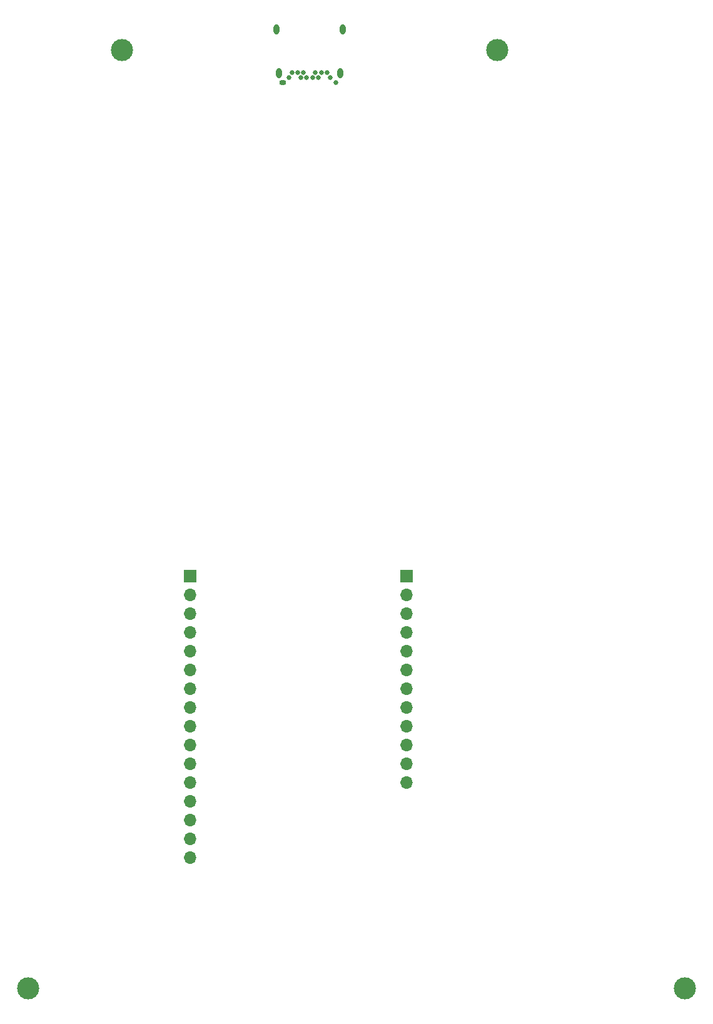
<source format=gbr>
%TF.GenerationSoftware,KiCad,Pcbnew,6.0.11-2627ca5db0~126~ubuntu20.04.1*%
%TF.CreationDate,2023-02-12T02:05:53+01:00*%
%TF.ProjectId,HeadTracker_LoRa,48656164-5472-4616-936b-65725f4c6f52,rev?*%
%TF.SameCoordinates,Original*%
%TF.FileFunction,Soldermask,Bot*%
%TF.FilePolarity,Negative*%
%FSLAX46Y46*%
G04 Gerber Fmt 4.6, Leading zero omitted, Abs format (unit mm)*
G04 Created by KiCad (PCBNEW 6.0.11-2627ca5db0~126~ubuntu20.04.1) date 2023-02-12 02:05:53*
%MOMM*%
%LPD*%
G01*
G04 APERTURE LIST*
%ADD10C,3.000000*%
%ADD11R,1.700000X1.700000*%
%ADD12O,1.700000X1.700000*%
%ADD13O,0.800000X1.400000*%
%ADD14O,0.950000X0.650000*%
%ADD15C,0.650000*%
G04 APERTURE END LIST*
D10*
%TO.C,U$31*%
X177800000Y-38100000D03*
%TD*%
%TO.C,U$3*%
X203225000Y-165100000D03*
%TD*%
%TO.C,U$2*%
X127000000Y-38100000D03*
%TD*%
%TO.C,U$1*%
X114300000Y-165100000D03*
%TD*%
D11*
%TO.C,JP3*%
X165528684Y-109299404D03*
D12*
X165528684Y-111839404D03*
X165528684Y-114379404D03*
X165528684Y-116919404D03*
X165528684Y-119459404D03*
X165528684Y-121999404D03*
X165528684Y-124539404D03*
X165528684Y-127079404D03*
X165528684Y-129619404D03*
X165528684Y-132159404D03*
X165528684Y-134699404D03*
X165528684Y-137239404D03*
%TD*%
D11*
%TO.C,JP2*%
X136200497Y-109250000D03*
D12*
X136200497Y-111790000D03*
X136200497Y-114330000D03*
X136200497Y-116870000D03*
X136200497Y-119410000D03*
X136200497Y-121950000D03*
X136200497Y-124490000D03*
X136200497Y-127030000D03*
X136200497Y-129570000D03*
X136200497Y-132110000D03*
X136200497Y-134650000D03*
X136200497Y-137190000D03*
X136200497Y-139730000D03*
X136200497Y-142270000D03*
X136200497Y-144810000D03*
X136200497Y-147350000D03*
%TD*%
D13*
%TO.C,J1*%
X156530000Y-41210000D03*
X148270000Y-41210000D03*
X147910000Y-35260000D03*
X156890000Y-35260000D03*
D14*
X148800000Y-42460000D03*
D15*
X156000000Y-42460000D03*
X149600000Y-41810000D03*
X151200000Y-41810000D03*
X152000000Y-41810000D03*
X152800000Y-41810000D03*
X153600000Y-41810000D03*
X155200000Y-41810000D03*
X150000000Y-41110000D03*
X150800000Y-41110000D03*
X151600000Y-41110000D03*
X153200000Y-41110000D03*
X154000000Y-41110000D03*
X154800000Y-41110000D03*
%TD*%
M02*

</source>
